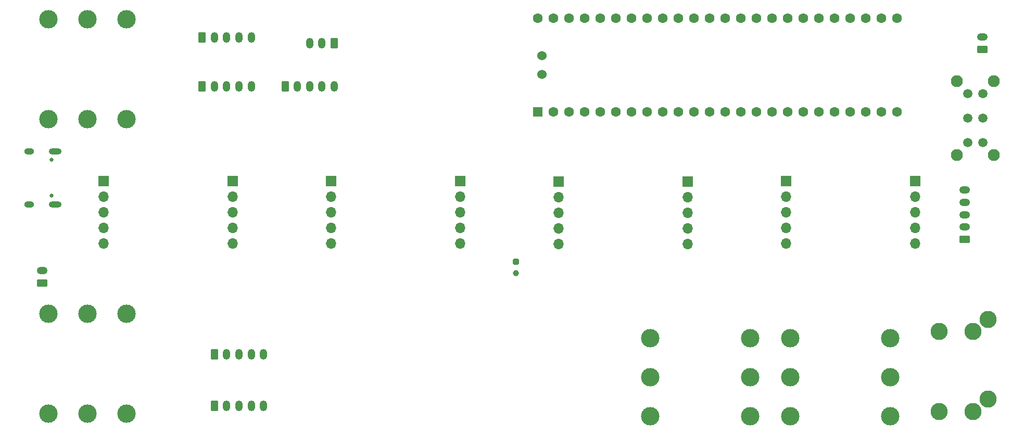
<source format=gbs>
%TF.GenerationSoftware,KiCad,Pcbnew,9.0.1*%
%TF.CreationDate,2026-02-21T23:53:56+05:00*%
%TF.ProjectId,toern_revF,746f6572-6e5f-4726-9576-462e6b696361,rev?*%
%TF.SameCoordinates,Original*%
%TF.FileFunction,Soldermask,Bot*%
%TF.FilePolarity,Negative*%
%FSLAX46Y46*%
G04 Gerber Fmt 4.6, Leading zero omitted, Abs format (unit mm)*
G04 Created by KiCad (PCBNEW 9.0.1) date 2026-02-21 23:53:56*
%MOMM*%
%LPD*%
G01*
G04 APERTURE LIST*
G04 Aperture macros list*
%AMRoundRect*
0 Rectangle with rounded corners*
0 $1 Rounding radius*
0 $2 $3 $4 $5 $6 $7 $8 $9 X,Y pos of 4 corners*
0 Add a 4 corners polygon primitive as box body*
4,1,4,$2,$3,$4,$5,$6,$7,$8,$9,$2,$3,0*
0 Add four circle primitives for the rounded corners*
1,1,$1+$1,$2,$3*
1,1,$1+$1,$4,$5*
1,1,$1+$1,$6,$7*
1,1,$1+$1,$8,$9*
0 Add four rect primitives between the rounded corners*
20,1,$1+$1,$2,$3,$4,$5,0*
20,1,$1+$1,$4,$5,$6,$7,0*
20,1,$1+$1,$6,$7,$8,$9,0*
20,1,$1+$1,$8,$9,$2,$3,0*%
G04 Aperture macros list end*
%ADD10C,1.500000*%
%ADD11C,1.950000*%
%ADD12RoundRect,0.250000X-0.250000X0.250000X-0.250000X-0.250000X0.250000X-0.250000X0.250000X0.250000X0*%
%ADD13C,1.000000*%
%ADD14RoundRect,0.250000X0.625000X-0.350000X0.625000X0.350000X-0.625000X0.350000X-0.625000X-0.350000X0*%
%ADD15O,1.750000X1.200000*%
%ADD16RoundRect,0.250000X-0.350000X-0.625000X0.350000X-0.625000X0.350000X0.625000X-0.350000X0.625000X0*%
%ADD17O,1.200000X1.750000*%
%ADD18C,0.650000*%
%ADD19O,2.100000X1.000000*%
%ADD20O,1.600000X1.000000*%
%ADD21R,1.700000X1.700000*%
%ADD22O,1.700000X1.700000*%
%ADD23C,2.800000*%
%ADD24RoundRect,0.250000X0.350000X0.625000X-0.350000X0.625000X-0.350000X-0.625000X0.350000X-0.625000X0*%
%ADD25C,3.000000*%
%ADD26R,1.600000X1.600000*%
%ADD27C,1.600000*%
%ADD28C,1.524000*%
G04 APERTURE END LIST*
D10*
X188000000Y-47150000D03*
X188000000Y-43150000D03*
X188000000Y-39150000D03*
X185500000Y-39150000D03*
X185500000Y-43150000D03*
X185500000Y-47150000D03*
D11*
X189750000Y-49150000D03*
X183750000Y-49150000D03*
X189750000Y-37150000D03*
X183750000Y-37150000D03*
D12*
X112000000Y-66500000D03*
D13*
X112000000Y-68400000D03*
D14*
X185000000Y-62865836D03*
D15*
X185000000Y-60865836D03*
X185000000Y-58865836D03*
X185000000Y-56865836D03*
X185000000Y-54865836D03*
D16*
X63000000Y-81600000D03*
D17*
X65000000Y-81600000D03*
X67000000Y-81600000D03*
X69000000Y-81600000D03*
X71000000Y-81600000D03*
D16*
X63000000Y-90000000D03*
D17*
X65000000Y-90000000D03*
X67000000Y-90000000D03*
X69000000Y-90000000D03*
X71000000Y-90000000D03*
D18*
X36550000Y-49970000D03*
X36550000Y-55750000D03*
D19*
X37080000Y-48540000D03*
D20*
X32900000Y-48540000D03*
D19*
X37080000Y-57180000D03*
D20*
X32900000Y-57180000D03*
D21*
X82000000Y-53425000D03*
X103000000Y-53425051D03*
D22*
X82000000Y-55965000D03*
X103000000Y-55965051D03*
X82000000Y-58505000D03*
X103000000Y-58505051D03*
X82000000Y-61045000D03*
X103000000Y-61045051D03*
X82000000Y-63585000D03*
X103000000Y-63585051D03*
D16*
X61000000Y-38000000D03*
D17*
X63000000Y-38000000D03*
X65000000Y-38000000D03*
X67000000Y-38000000D03*
X69000000Y-38000000D03*
D23*
X180900000Y-90900000D03*
X188800000Y-88900000D03*
X186400000Y-90900000D03*
D24*
X82500000Y-31000000D03*
D17*
X80500000Y-31000000D03*
X78500000Y-31000000D03*
D25*
X150120000Y-85350000D03*
X133890000Y-85350000D03*
X150120000Y-91700000D03*
X133890000Y-91700000D03*
X150120000Y-79000000D03*
X133890000Y-79000000D03*
D21*
X119000000Y-53460000D03*
X140000000Y-53460051D03*
D22*
X119000000Y-56000000D03*
X140000000Y-56000051D03*
X119000000Y-58540000D03*
X140000000Y-58540051D03*
X119000000Y-61080000D03*
X140000000Y-61080051D03*
X119000000Y-63620000D03*
X140000000Y-63620051D03*
D25*
X42331020Y-43307339D03*
X42331020Y-27077339D03*
X35981020Y-43307339D03*
X35981020Y-27077339D03*
X48681020Y-43307339D03*
X48681020Y-27077339D03*
D14*
X35000000Y-70000000D03*
D15*
X35000000Y-68000000D03*
D14*
X187875000Y-31975000D03*
D15*
X187875000Y-29975000D03*
D16*
X74500000Y-38000000D03*
D17*
X76500000Y-38000000D03*
X78500000Y-38000000D03*
X80500000Y-38000000D03*
X82500000Y-38000000D03*
D21*
X45000000Y-53425000D03*
X66000000Y-53425051D03*
D22*
X45000000Y-55965000D03*
X66000000Y-55965051D03*
X45000000Y-58505000D03*
X66000000Y-58505051D03*
X45000000Y-61045000D03*
X66000000Y-61045051D03*
X45000000Y-63585000D03*
X66000000Y-63585051D03*
D23*
X180900000Y-77900000D03*
X188800000Y-75900000D03*
X186400000Y-77900000D03*
D25*
X172875000Y-85350000D03*
X156645000Y-85350000D03*
X172875000Y-91700000D03*
X156645000Y-91700000D03*
X172875000Y-79000000D03*
X156645000Y-79000000D03*
D16*
X61000000Y-30000000D03*
D17*
X63000000Y-30000000D03*
X65000000Y-30000000D03*
X67000000Y-30000000D03*
X69000000Y-30000000D03*
D21*
X156000000Y-53425000D03*
X177000000Y-53425051D03*
D22*
X156000000Y-55965000D03*
X177000000Y-55965051D03*
X156000000Y-58505000D03*
X177000000Y-58505051D03*
X156000000Y-61045000D03*
X177000000Y-61045051D03*
X156000000Y-63585000D03*
X177000000Y-63585051D03*
D26*
X115560000Y-42150000D03*
D27*
X118100000Y-42150000D03*
X120640000Y-42150000D03*
X123180000Y-42150000D03*
X125720000Y-42150000D03*
X128260000Y-42150000D03*
X130800000Y-42150000D03*
X133340000Y-42150000D03*
X135880000Y-42150000D03*
X138420000Y-42150000D03*
X140960000Y-42150000D03*
X143500000Y-42150000D03*
X146040000Y-42150000D03*
X148580000Y-42150000D03*
X151120000Y-42150000D03*
X153660000Y-42150000D03*
X156200000Y-42150000D03*
X158740000Y-42150000D03*
X161280000Y-42150000D03*
X163820000Y-42150000D03*
X166360000Y-42150000D03*
X168900000Y-42150000D03*
X171440000Y-42150000D03*
X173980000Y-42150000D03*
X173980000Y-26910000D03*
X171440000Y-26910000D03*
X168900000Y-26910000D03*
X166360000Y-26910000D03*
X163820000Y-26910000D03*
X161280000Y-26910000D03*
X158740000Y-26910000D03*
X156200000Y-26910000D03*
X153660000Y-26910000D03*
X151120000Y-26910000D03*
X148580000Y-26910000D03*
X146040000Y-26910000D03*
X143500000Y-26910000D03*
X140960000Y-26910000D03*
X138420000Y-26910000D03*
X135880000Y-26910000D03*
X133340000Y-26910000D03*
X130800000Y-26910000D03*
X128260000Y-26910000D03*
X125720000Y-26910000D03*
X123180000Y-26910000D03*
X120640000Y-26910000D03*
X118100000Y-26910000D03*
X115560000Y-26910000D03*
D28*
X116270000Y-33030000D03*
X116270000Y-36030000D03*
D25*
X42350000Y-91230000D03*
X42350000Y-75000000D03*
X36000000Y-91230000D03*
X36000000Y-75000000D03*
X48700000Y-91230000D03*
X48700000Y-75000000D03*
M02*

</source>
